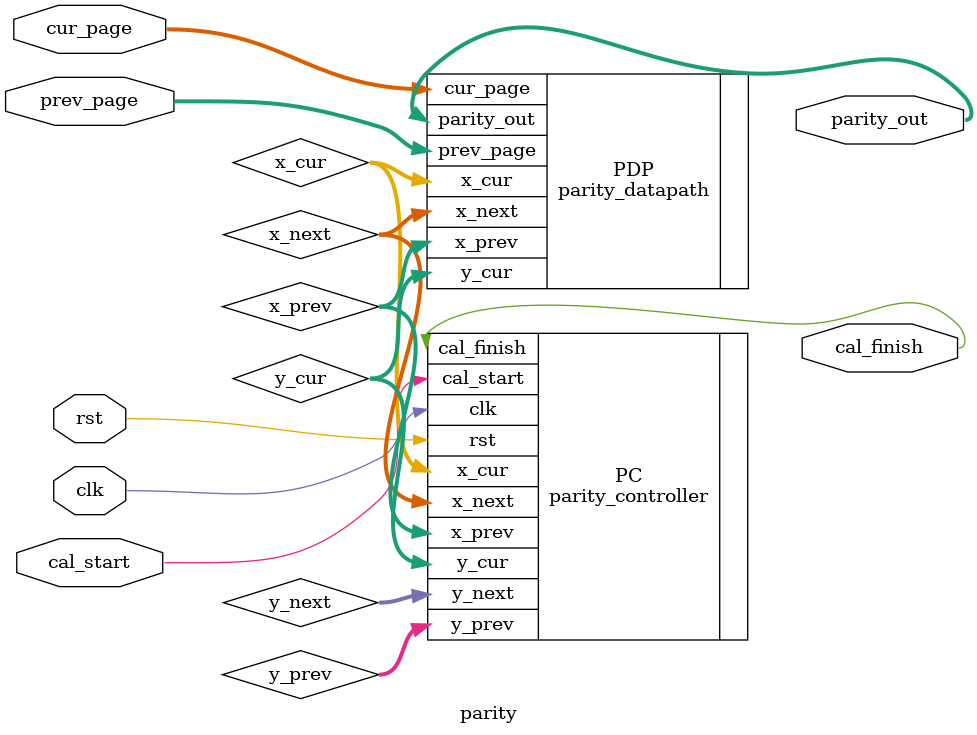
<source format=v>
`timescale 1ns/1ns

module parity(clk, rst, cal_start, cal_finish, cur_page, prev_page, parity_out);

    input clk, rst, cal_start;
    input [0:24] cur_page;
    input [0:24] prev_page;

    output cal_finish;
    output [0:24] parity_out;

    wire [2:0] x_prev, x_cur, x_next;
    wire [2:0] y_prev, y_cur, y_next;

    parity_datapath PDP(.cur_page(cur_page), .prev_page(prev_page),
                        .x_prev(x_prev), .x_cur(x_cur), .x_next(x_next),
                        .y_cur(y_cur),
                        .parity_out(parity_out));
    
    parity_controller PC(.clk(clk), .rst(rst), 
                        .cal_start(cal_start), .cal_finish(cal_finish),
                        .x_prev(x_prev), .x_cur(x_cur), .x_next(x_next),
                        .y_prev(y_prev), .y_cur(y_cur), .y_next(y_next));

endmodule
</source>
